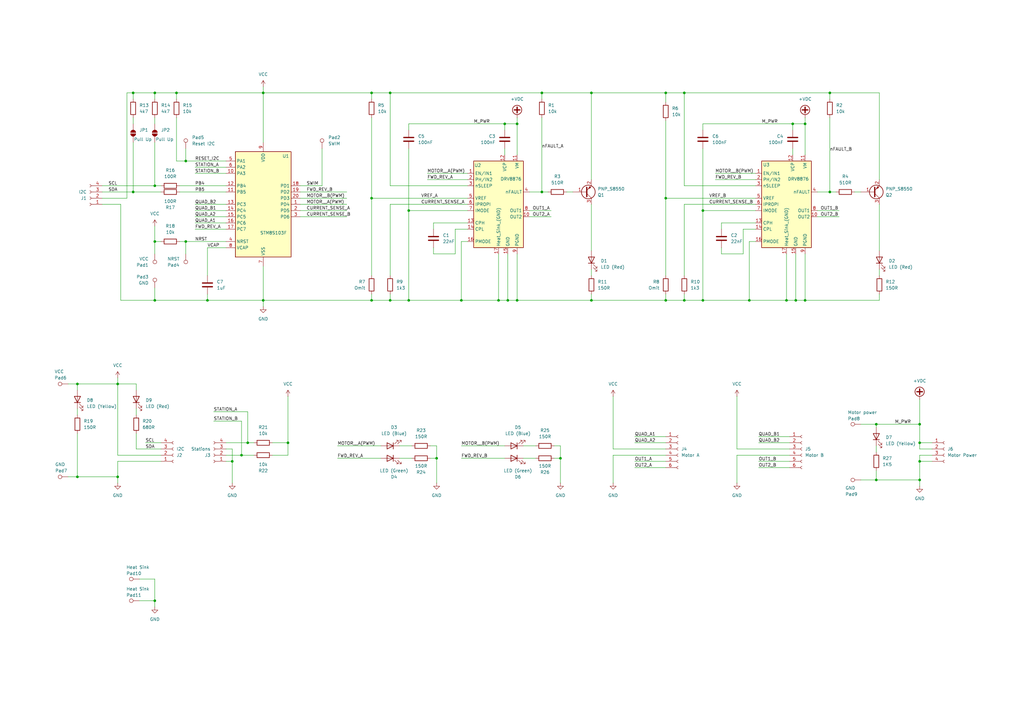
<source format=kicad_sch>
(kicad_sch (version 20231120) (generator "eeschema") (generator_version "8.0")
  (paper "A3")
  (title_block (title "Tim's I2C Dual Motor Driver") (date "2024-06-07") (company "Tim Jackson.1960"))
  (lib_symbols
    (symbol "Connector:Conn_01x04_Socket" (pin_names (offset 1.016) hide)
      (property "Reference" "J" (at 0 5.08 0))
      (property "Value" "Conn_01x04_Socket" (at 0 -7.62 0))
      (symbol "Conn_01x04_Socket_1_1"
        (pin passive line (at -5.08 2.54 0) (length 3.81) (name "Pin_1") (number "1"))
        (pin passive line (at -5.08 0 0) (length 3.81) (name "Pin_2") (number "2"))
        (pin passive line (at -5.08 -2.54 0) (length 3.81) (name "Pin_3") (number "3"))
        (pin passive line (at -5.08 -5.08 0) (length 3.81) (name "Pin_4") (number "4"))
      )
    )
    (symbol "Connector:Conn_01x06_Socket" (pin_names (offset 1.016) hide)
      (property "Reference" "J" (at 0 7.62 0))
      (property "Value" "Conn_01x06_Socket" (at 0 -10.16 0))
      (symbol "Conn_01x06_Socket_1_1"
        (pin passive line (at -5.08 5.08 0) (length 3.81) (name "Pin_1") (number "1"))
        (pin passive line (at -5.08 2.54 0) (length 3.81) (name "Pin_2") (number "2"))
        (pin passive line (at -5.08 0 0) (length 3.81) (name "Pin_3") (number "3"))
        (pin passive line (at -5.08 -2.54 0) (length 3.81) (name "Pin_4") (number "4"))
        (pin passive line (at -5.08 -5.08 0) (length 3.81) (name "Pin_5") (number "5"))
        (pin passive line (at -5.08 -7.62 0) (length 3.81) (name "Pin_6") (number "6"))
      )
    )
    (symbol "Device:C" (pin_numbers hide) (pin_names (offset 0.254))
      (property "Reference" "C" (at 0.635 2.54 0))
      (property "Value" "C" (at 0.635 -2.54 0))
      (symbol "C_1_1"
        (pin passive line (at 0 3.81 270) (length 2.794) (name "~") (number "1"))
        (pin passive line (at 0 -3.81 90) (length 2.794) (name "~") (number "2"))
      )
    )
    (symbol "Device:LED" (pin_numbers hide) (pin_names (offset 1.016) hide)
      (property "Reference" "D" (at 0 2.54 0))
      (property "Value" "LED" (at 0 -2.54 0))
      (symbol "LED_1_1"
        (pin passive line (at -3.81 0 0) (length 2.54) (name "K") (number "1"))
        (pin passive line (at 3.81 0 180) (length 2.54) (name "A") (number "2"))
      )
    )
    (symbol "Device:Q_PNP_BEC" (pin_names (offset 0) hide)
      (property "Reference" "Q" (at 5.08 1.27 0))
      (property "Value" "Q_PNP_BEC" (at 5.08 -1.27 0))
      (symbol "Q_PNP_BEC_1_1"
        (pin input line (at -5.08 0 0) (length 5.715) (name "B") (number "1"))
        (pin passive line (at 2.54 -5.08 90) (length 2.54) (name "E") (number "2"))
        (pin passive line (at 2.54 5.08 270) (length 2.54) (name "C") (number "3"))
      )
    )
    (symbol "Device:R" (pin_numbers hide) (pin_names (offset 0))
      (property "Reference" "R" (at 2.032 0 90))
      (property "Value" "R" (at 0 0 90))
      (symbol "R_1_1"
        (pin passive line (at 0 3.81 270) (length 1.27) (name "~") (number "1"))
        (pin passive line (at 0 -3.81 90) (length 1.27) (name "~") (number "2"))
      )
    )
    (symbol "Jumper:SolderJumper_2_Open" (pin_numbers hide) (pin_names (offset 0) hide) (exclude_from_sim yes) (in_bom no)
      (property "Reference" "JP" (at 0 2.032 0))
      (property "Value" "SolderJumper_2_Open" (at 0 -2.54 0))
      (symbol "SolderJumper_2_Open_1_1"
        (pin passive line (at -3.81 0 0) (length 2.54) (name "A") (number "1"))
        (pin passive line (at 3.81 0 180) (length 2.54) (name "B") (number "2"))
      )
    )
    (symbol "Tims_Library:DRV8876"
      (property "Reference" "U" (at -8.89 16.256 0))
      (property "Value" "DRV8876" (at -6.35 19.05 0))
      (symbol "DRV8876_1_1"
        (pin input line (at -12.7 12.7 0) (length 2.54) (name "EN/IN1") (number "1"))
        (pin output line (at 12.7 -5.08 180) (length 2.54) (name "OUT2") (number "10"))
        (pin power_in line (at 7.62 20.32 270) (length 2.54) (name "VM") (number "11"))
        (pin power_in line (at 2.54 20.32 270) (length 2.54) (name "VCP") (number "12"))
        (pin input line (at -12.7 -7.62 0) (length 2.54) (name "CPH") (number "13"))
        (pin input line (at -12.7 -10.16 0) (length 2.54) (name "CPL") (number "14"))
        (pin power_in line (at 3.81 -20.32 90) (length 2.54) (name "GND") (number "15"))
        (pin input line (at -12.7 -15.24 0) (length 2.54) (name "PMODE") (number "16"))
        (pin passive line (at 0 -20.32 90) (length 2.54) (name "Heat_Sink_(GND)") (number "17"))
        (pin input line (at -12.7 10.16 0) (length 2.54) (name "PH/IN2") (number "2"))
        (pin input line (at -12.7 7.62 0) (length 2.54) (name "nSLEEP") (number "3"))
        (pin output line (at 12.7 5.08 180) (length 2.54) (name "nFAULT") (number "4"))
        (pin input line (at -12.7 2.54 0) (length 2.54) (name "VREF") (number "5"))
        (pin input line (at -12.7 0 0) (length 2.54) (name "IPROPI") (number "6"))
        (pin input line (at -12.7 -2.54 0) (length 2.54) (name "IMODE") (number "7"))
        (pin output line (at 12.7 -2.54 180) (length 2.54) (name "OUT1") (number "8"))
        (pin output line (at 7.62 -20.32 90) (length 2.54) (name "PGND") (number "9"))
      )
    )
    (symbol "Tims_Library:STM8S103F"
      (property "Reference" "U" (at 1.27 25.4 0))
      (property "Value" "STM8S103F" (at 1.27 22.86 0))
      (symbol "STM8S103F_1_1"
        (pin bidirectional line (at 15.24 0 180) (length 3.81) (name "PD4") (number "1"))
        (pin bidirectional line (at -15.24 12.7 0) (length 3.81) (name "PA3") (number "10"))
        (pin bidirectional line (at -15.24 5.08 0) (length 3.81) (name "PB5") (number "11"))
        (pin bidirectional line (at -15.24 7.62 0) (length 3.81) (name "PB4") (number "12"))
        (pin bidirectional line (at -15.24 0 0) (length 3.81) (name "PC3") (number "13"))
        (pin bidirectional line (at -15.24 -2.54 0) (length 3.81) (name "PC4") (number "14"))
        (pin bidirectional line (at -15.24 -5.08 0) (length 3.81) (name "PC5") (number "15"))
        (pin bidirectional line (at -15.24 -7.62 0) (length 3.81) (name "PC6") (number "16"))
        (pin bidirectional line (at -15.24 -10.16 0) (length 3.81) (name "PC7") (number "17"))
        (pin bidirectional line (at 15.24 7.62 180) (length 3.81) (name "PD1") (number "18"))
        (pin bidirectional line (at 15.24 5.08 180) (length 3.81) (name "PD2") (number "19"))
        (pin bidirectional line (at 15.24 -2.54 180) (length 3.81) (name "PD5") (number "2"))
        (pin bidirectional line (at 15.24 2.54 180) (length 3.81) (name "PD3") (number "20"))
        (pin bidirectional line (at 15.24 -5.08 180) (length 3.81) (name "PD6") (number "3"))
        (pin input line (at -15.24 -15.24 0) (length 3.81) (name "NRST") (number "4"))
        (pin bidirectional line (at -15.24 17.78 0) (length 3.81) (name "PA1") (number "5"))
        (pin bidirectional line (at -15.24 15.24 0) (length 3.81) (name "PA2") (number "6"))
        (pin power_in line (at 0 -25.4 90) (length 3.81) (name "VSS") (number "7"))
        (pin passive line (at -15.24 -17.78 0) (length 3.81) (name "VCAP") (number "8"))
        (pin power_in line (at 0 25.4 270) (length 3.81) (name "VDD") (number "9"))
      )
    )
    (symbol "Tims_Library:Wire_Conn" (pin_numbers hide) (pin_names (offset 0.762) hide)
      (property "Reference" "Pad" (at 0 6.858 0))
      (property "Value" "Wire_Conn" (at 0 5.08 0))
      (symbol "Wire_Conn_1_1"
        (pin passive line (at 0 0 90) (length 2.54) (name "1") (number "1"))
      )
    )
    (symbol "power:+VDC" (power) (pin_numbers hide) (pin_names (offset 0) hide)
      (property "Value" "+VDC" (at 0 6.35 0))
      (symbol "+VDC_1_1"
        (pin power_in line (at 0 0 90) (length 0) (name "~") (number "1"))
      )
    )
    (symbol "power:GND" (power) (pin_numbers hide) (pin_names (offset 0) hide)
      (property "Value" "GND" (at 0 -3.81 0))
      (symbol "GND_1_1"
        (pin power_in line (at 0 0 270) (length 0) (name "~") (number "1"))
      )
    )
    (symbol "power:VCC" (power) (pin_numbers hide) (pin_names (offset 0) hide)
      (property "Value" "VCC" (at 0 3.556 0))
      (symbol "VCC_1_1"
        (pin power_in line (at 0 0 90) (length 0) (name "~") (number "1"))
      )
    )
  )
  (junction (at 189.23 123.19))
  (junction (at 152.4 123.19))
  (junction (at 325.12 50.8))
  (junction (at 273.05 81.28))
  (junction (at 48.26 157.48))
  (junction (at 359.41 196.85))
  (junction (at 377.19 196.85))
  (junction (at 63.5 38.1))
  (junction (at 152.4 38.1))
  (junction (at 288.29 123.19))
  (junction (at 204.47 123.19))
  (junction (at 340.36 78.74))
  (junction (at 101.6 181.61))
  (junction (at 377.19 181.61))
  (junction (at 273.05 38.1))
  (junction (at 212.09 50.8))
  (junction (at 359.41 173.99))
  (junction (at 63.5 76.2))
  (junction (at 330.2 123.19))
  (junction (at 229.87 187.96))
  (junction (at 326.39 123.19))
  (junction (at 31.75 195.58))
  (junction (at 322.58 123.19))
  (junction (at 222.25 78.74))
  (junction (at 340.36 38.1))
  (junction (at 95.25 189.23))
  (junction (at 307.34 123.19))
  (junction (at 63.5 123.19))
  (junction (at 167.64 123.19))
  (junction (at 242.57 38.1))
  (junction (at 273.05 123.19))
  (junction (at 76.2 66.04))
  (junction (at 107.95 38.1))
  (junction (at 118.11 181.61))
  (junction (at 179.07 187.96))
  (junction (at 76.2 99.06))
  (junction (at 160.02 38.1))
  (junction (at 167.64 86.36))
  (junction (at 54.61 78.74))
  (junction (at 212.09 123.19))
  (junction (at 72.39 38.1))
  (junction (at 152.4 81.28))
  (junction (at 54.61 38.1))
  (junction (at 377.19 189.23))
  (junction (at 85.09 123.19))
  (junction (at 107.95 123.19))
  (junction (at 242.57 123.19))
  (junction (at 280.67 123.19))
  (junction (at 31.75 157.48))
  (junction (at 222.25 38.1))
  (junction (at 377.19 173.99))
  (junction (at 207.01 50.8))
  (junction (at 208.28 123.19))
  (junction (at 63.5 99.06))
  (junction (at 160.02 123.19))
  (junction (at 288.29 86.36))
  (junction (at 63.5 246.38))
  (junction (at 48.26 195.58))
  (junction (at 280.67 38.1))
  (junction (at 99.06 186.69))
  (junction (at 330.2 50.8))
  (wire (pts (xy 288.29 53.34) (xy 288.29 50.8)))
  (wire (pts (xy 59.69 181.61) (xy 66.04 181.61)))
  (wire (pts (xy 260.35 191.77) (xy 273.05 191.77)))
  (wire (pts (xy 138.43 182.88) (xy 156.21 182.88)))
  (wire (pts (xy 175.26 71.12) (xy 191.77 71.12)))
  (wire (pts (xy 359.41 193.04) (xy 359.41 196.85)))
  (wire (pts (xy 167.64 86.36) (xy 167.64 123.19)))
  (wire (pts (xy 52.07 81.28) (xy 52.07 38.1)))
  (wire (pts (xy 177.8 91.44) (xy 191.77 91.44)))
  (wire (pts (xy 186.69 104.14) (xy 186.69 93.98)))
  (wire (pts (xy 27.94 157.48) (xy 31.75 157.48)))
  (wire (pts (xy 229.87 187.96) (xy 227.33 187.96)))
  (wire (pts (xy 63.5 246.38) (xy 63.5 248.92)))
  (wire (pts (xy 138.43 187.96) (xy 156.21 187.96)))
  (wire (pts (xy 111.76 181.61) (xy 118.11 181.61)))
  (wire (pts (xy 107.95 38.1) (xy 107.95 58.42)))
  (wire (pts (xy 49.53 83.82) (xy 49.53 123.19)))
  (wire (pts (xy 273.05 120.65) (xy 273.05 123.19)))
  (wire (pts (xy 80.01 71.12) (xy 92.71 71.12)))
  (wire (pts (xy 107.95 35.56) (xy 107.95 38.1)))
  (wire (pts (xy 217.17 78.74) (xy 222.25 78.74)))
  (wire (pts (xy 95.25 184.15) (xy 95.25 189.23)))
  (wire (pts (xy 107.95 38.1) (xy 152.4 38.1)))
  (wire (pts (xy 309.88 99.06) (xy 307.34 99.06)))
  (wire (pts (xy 212.09 48.26) (xy 212.09 50.8)))
  (wire (pts (xy 280.67 38.1) (xy 340.36 38.1)))
  (wire (pts (xy 63.5 99.06) (xy 63.5 104.14)))
  (wire (pts (xy 152.4 40.64) (xy 152.4 38.1)))
  (wire (pts (xy 326.39 123.19) (xy 330.2 123.19)))
  (wire (pts (xy 280.67 76.2) (xy 280.67 38.1)))
  (wire (pts (xy 87.63 172.72) (xy 99.06 172.72)))
  (wire (pts (xy 280.67 83.82) (xy 280.67 113.03)))
  (wire (pts (xy 204.47 123.19) (xy 208.28 123.19)))
  (wire (pts (xy 273.05 186.69) (xy 251.46 186.69)))
  (wire (pts (xy 360.68 120.65) (xy 360.68 123.19)))
  (wire (pts (xy 49.53 123.19) (xy 63.5 123.19)))
  (wire (pts (xy 54.61 58.42) (xy 54.61 78.74)))
  (wire (pts (xy 280.67 120.65) (xy 280.67 123.19)))
  (wire (pts (xy 251.46 184.15) (xy 273.05 184.15)))
  (wire (pts (xy 123.19 81.28) (xy 142.24 81.28)))
  (wire (pts (xy 163.83 187.96) (xy 168.91 187.96)))
  (wire (pts (xy 55.88 177.8) (xy 55.88 184.15)))
  (wire (pts (xy 107.95 123.19) (xy 152.4 123.19)))
  (wire (pts (xy 335.28 86.36) (xy 344.17 86.36)))
  (wire (pts (xy 76.2 99.06) (xy 76.2 104.14)))
  (wire (pts (xy 48.26 157.48) (xy 48.26 186.69)))
  (wire (pts (xy 273.05 41.91) (xy 273.05 38.1)))
  (wire (pts (xy 229.87 182.88) (xy 229.87 187.96)))
  (wire (pts (xy 189.23 99.06) (xy 189.23 123.19)))
  (wire (pts (xy 360.68 110.49) (xy 360.68 113.03)))
  (wire (pts (xy 99.06 172.72) (xy 99.06 186.69)))
  (wire (pts (xy 118.11 162.56) (xy 118.11 181.61)))
  (wire (pts (xy 191.77 76.2) (xy 160.02 76.2)))
  (wire (pts (xy 160.02 76.2) (xy 160.02 38.1)))
  (wire (pts (xy 48.26 195.58) (xy 48.26 198.12)))
  (wire (pts (xy 273.05 38.1) (xy 280.67 38.1)))
  (wire (pts (xy 222.25 38.1) (xy 242.57 38.1)))
  (wire (pts (xy 377.19 173.99) (xy 377.19 181.61)))
  (wire (pts (xy 167.64 60.96) (xy 167.64 86.36)))
  (wire (pts (xy 48.26 189.23) (xy 48.26 195.58)))
  (wire (pts (xy 76.2 66.04) (xy 92.71 66.04)))
  (wire (pts (xy 340.36 38.1) (xy 340.36 40.64)))
  (wire (pts (xy 167.64 123.19) (xy 189.23 123.19)))
  (wire (pts (xy 217.17 88.9) (xy 226.06 88.9)))
  (wire (pts (xy 123.19 83.82) (xy 142.24 83.82)))
  (wire (pts (xy 302.26 186.69) (xy 323.85 186.69)))
  (wire (pts (xy 52.07 38.1) (xy 54.61 38.1)))
  (wire (pts (xy 288.29 86.36) (xy 309.88 86.36)))
  (wire (pts (xy 242.57 83.82) (xy 242.57 102.87)))
  (wire (pts (xy 377.19 186.69) (xy 377.19 189.23)))
  (wire (pts (xy 177.8 104.14) (xy 186.69 104.14)))
  (wire (pts (xy 295.91 104.14) (xy 295.91 101.6)))
  (wire (pts (xy 41.91 81.28) (xy 52.07 81.28)))
  (wire (pts (xy 66.04 186.69) (xy 48.26 186.69)))
  (wire (pts (xy 214.63 182.88) (xy 219.71 182.88)))
  (wire (pts (xy 288.29 50.8) (xy 325.12 50.8)))
  (wire (pts (xy 57.15 237.49) (xy 63.5 237.49)))
  (wire (pts (xy 160.02 120.65) (xy 160.02 123.19)))
  (wire (pts (xy 152.4 81.28) (xy 191.77 81.28)))
  (wire (pts (xy 377.19 181.61) (xy 382.27 181.61)))
  (wire (pts (xy 377.19 189.23) (xy 382.27 189.23)))
  (wire (pts (xy 63.5 40.64) (xy 63.5 38.1)))
  (wire (pts (xy 87.63 168.91) (xy 101.6 168.91)))
  (wire (pts (xy 309.88 93.98) (xy 304.8 93.98)))
  (wire (pts (xy 189.23 187.96) (xy 207.01 187.96)))
  (wire (pts (xy 152.4 120.65) (xy 152.4 123.19)))
  (wire (pts (xy 273.05 113.03) (xy 273.05 81.28)))
  (wire (pts (xy 207.01 60.96) (xy 207.01 63.5)))
  (wire (pts (xy 101.6 168.91) (xy 101.6 181.61)))
  (wire (pts (xy 360.68 73.66) (xy 360.68 38.1)))
  (wire (pts (xy 72.39 48.26) (xy 72.39 66.04)))
  (wire (pts (xy 85.09 123.19) (xy 107.95 123.19)))
  (wire (pts (xy 66.04 189.23) (xy 48.26 189.23)))
  (wire (pts (xy 251.46 186.69) (xy 251.46 198.12)))
  (wire (pts (xy 377.19 186.69) (xy 382.27 186.69)))
  (wire (pts (xy 217.17 86.36) (xy 226.06 86.36)))
  (wire (pts (xy 31.75 167.64) (xy 31.75 170.18)))
  (wire (pts (xy 160.02 83.82) (xy 160.02 113.03)))
  (wire (pts (xy 377.19 181.61) (xy 377.19 184.15)))
  (wire (pts (xy 273.05 123.19) (xy 280.67 123.19)))
  (wire (pts (xy 54.61 40.64) (xy 54.61 38.1)))
  (wire (pts (xy 92.71 186.69) (xy 99.06 186.69)))
  (wire (pts (xy 80.01 86.36) (xy 92.71 86.36)))
  (wire (pts (xy 353.06 173.99) (xy 359.41 173.99)))
  (wire (pts (xy 80.01 91.44) (xy 92.71 91.44)))
  (wire (pts (xy 325.12 60.96) (xy 325.12 63.5)))
  (wire (pts (xy 160.02 38.1) (xy 222.25 38.1)))
  (wire (pts (xy 377.19 189.23) (xy 377.19 196.85)))
  (wire (pts (xy 55.88 167.64) (xy 55.88 170.18)))
  (wire (pts (xy 85.09 101.6) (xy 85.09 113.03)))
  (wire (pts (xy 123.19 86.36) (xy 142.24 86.36)))
  (wire (pts (xy 311.15 179.07) (xy 323.85 179.07)))
  (wire (pts (xy 54.61 78.74) (xy 66.04 78.74)))
  (wire (pts (xy 123.19 76.2) (xy 132.08 76.2)))
  (wire (pts (xy 118.11 181.61) (xy 118.11 186.69)))
  (wire (pts (xy 325.12 50.8) (xy 330.2 50.8)))
  (wire (pts (xy 41.91 78.74) (xy 54.61 78.74)))
  (wire (pts (xy 340.36 38.1) (xy 360.68 38.1)))
  (wire (pts (xy 176.53 182.88) (xy 179.07 182.88)))
  (wire (pts (xy 167.64 50.8) (xy 207.01 50.8)))
  (wire (pts (xy 242.57 123.19) (xy 273.05 123.19)))
  (wire (pts (xy 304.8 93.98) (xy 304.8 104.14)))
  (wire (pts (xy 31.75 195.58) (xy 48.26 195.58)))
  (wire (pts (xy 359.41 173.99) (xy 377.19 173.99)))
  (wire (pts (xy 322.58 123.19) (xy 326.39 123.19)))
  (wire (pts (xy 111.76 186.69) (xy 118.11 186.69)))
  (wire (pts (xy 85.09 101.6) (xy 92.71 101.6)))
  (wire (pts (xy 63.5 58.42) (xy 63.5 76.2)))
  (wire (pts (xy 242.57 120.65) (xy 242.57 123.19)))
  (wire (pts (xy 208.28 123.19) (xy 212.09 123.19)))
  (wire (pts (xy 242.57 38.1) (xy 273.05 38.1)))
  (wire (pts (xy 73.66 99.06) (xy 76.2 99.06)))
  (wire (pts (xy 191.77 99.06) (xy 189.23 99.06)))
  (wire (pts (xy 107.95 123.19) (xy 107.95 125.73)))
  (wire (pts (xy 340.36 78.74) (xy 342.9 78.74)))
  (wire (pts (xy 229.87 198.12) (xy 229.87 187.96)))
  (wire (pts (xy 152.4 38.1) (xy 160.02 38.1)))
  (wire (pts (xy 322.58 104.14) (xy 322.58 123.19)))
  (wire (pts (xy 167.64 53.34) (xy 167.64 50.8)))
  (wire (pts (xy 304.8 104.14) (xy 295.91 104.14)))
  (wire (pts (xy 92.71 184.15) (xy 95.25 184.15)))
  (wire (pts (xy 72.39 38.1) (xy 107.95 38.1)))
  (wire (pts (xy 76.2 99.06) (xy 92.71 99.06)))
  (wire (pts (xy 350.52 78.74) (xy 353.06 78.74)))
  (wire (pts (xy 302.26 184.15) (xy 302.26 162.56)))
  (wire (pts (xy 232.41 78.74) (xy 234.95 78.74)))
  (wire (pts (xy 31.75 157.48) (xy 48.26 157.48)))
  (wire (pts (xy 55.88 184.15) (xy 66.04 184.15)))
  (wire (pts (xy 175.26 73.66) (xy 191.77 73.66)))
  (wire (pts (xy 63.5 118.11) (xy 63.5 123.19)))
  (wire (pts (xy 85.09 120.65) (xy 85.09 123.19)))
  (wire (pts (xy 92.71 189.23) (xy 95.25 189.23)))
  (wire (pts (xy 311.15 181.61) (xy 323.85 181.61)))
  (wire (pts (xy 222.25 48.26) (xy 222.25 78.74)))
  (wire (pts (xy 160.02 123.19) (xy 167.64 123.19)))
  (wire (pts (xy 208.28 104.14) (xy 208.28 123.19)))
  (wire (pts (xy 273.05 49.53) (xy 273.05 81.28)))
  (wire (pts (xy 163.83 182.88) (xy 168.91 182.88)))
  (wire (pts (xy 260.35 189.23) (xy 273.05 189.23)))
  (wire (pts (xy 92.71 181.61) (xy 101.6 181.61)))
  (wire (pts (xy 359.41 175.26) (xy 359.41 173.99)))
  (wire (pts (xy 27.94 195.58) (xy 31.75 195.58)))
  (wire (pts (xy 330.2 104.14) (xy 330.2 123.19)))
  (wire (pts (xy 179.07 187.96) (xy 176.53 187.96)))
  (wire (pts (xy 72.39 66.04) (xy 76.2 66.04)))
  (wire (pts (xy 41.91 76.2) (xy 63.5 76.2)))
  (wire (pts (xy 152.4 48.26) (xy 152.4 81.28)))
  (wire (pts (xy 80.01 88.9) (xy 92.71 88.9)))
  (wire (pts (xy 227.33 182.88) (xy 229.87 182.88)))
  (wire (pts (xy 76.2 60.96) (xy 76.2 66.04)))
  (wire (pts (xy 132.08 60.96) (xy 132.08 76.2)))
  (wire (pts (xy 55.88 160.02) (xy 55.88 157.48)))
  (wire (pts (xy 152.4 113.03) (xy 152.4 81.28)))
  (wire (pts (xy 179.07 182.88) (xy 179.07 187.96)))
  (wire (pts (xy 212.09 104.14) (xy 212.09 123.19)))
  (wire (pts (xy 295.91 91.44) (xy 309.88 91.44)))
  (wire (pts (xy 207.01 53.34) (xy 207.01 50.8)))
  (wire (pts (xy 242.57 73.66) (xy 242.57 38.1)))
  (wire (pts (xy 80.01 83.82) (xy 92.71 83.82)))
  (wire (pts (xy 73.66 76.2) (xy 92.71 76.2)))
  (wire (pts (xy 280.67 123.19) (xy 288.29 123.19)))
  (wire (pts (xy 293.37 71.12) (xy 309.88 71.12)))
  (wire (pts (xy 311.15 189.23) (xy 323.85 189.23)))
  (wire (pts (xy 377.19 163.83) (xy 377.19 173.99)))
  (wire (pts (xy 63.5 99.06) (xy 66.04 99.06)))
  (wire (pts (xy 107.95 109.22) (xy 107.95 123.19)))
  (wire (pts (xy 302.26 198.12) (xy 302.26 186.69)))
  (wire (pts (xy 191.77 86.36) (xy 167.64 86.36)))
  (wire (pts (xy 335.28 78.74) (xy 340.36 78.74)))
  (wire (pts (xy 123.19 88.9) (xy 142.24 88.9)))
  (wire (pts (xy 186.69 93.98) (xy 191.77 93.98)))
  (wire (pts (xy 330.2 50.8) (xy 330.2 63.5)))
  (wire (pts (xy 212.09 123.19) (xy 242.57 123.19)))
  (wire (pts (xy 72.39 38.1) (xy 72.39 40.64)))
  (wire (pts (xy 101.6 181.61) (xy 104.14 181.61)))
  (wire (pts (xy 307.34 123.19) (xy 322.58 123.19)))
  (wire (pts (xy 63.5 92.71) (xy 63.5 99.06)))
  (wire (pts (xy 95.25 198.12) (xy 95.25 189.23)))
  (wire (pts (xy 123.19 78.74) (xy 142.24 78.74)))
  (wire (pts (xy 212.09 50.8) (xy 212.09 63.5)))
  (wire (pts (xy 260.35 179.07) (xy 273.05 179.07)))
  (wire (pts (xy 31.75 177.8) (xy 31.75 195.58)))
  (wire (pts (xy 80.01 68.58) (xy 92.71 68.58)))
  (wire (pts (xy 359.41 182.88) (xy 359.41 185.42)))
  (wire (pts (xy 214.63 187.96) (xy 219.71 187.96)))
  (wire (pts (xy 251.46 184.15) (xy 251.46 162.56)))
  (wire (pts (xy 152.4 123.19) (xy 160.02 123.19)))
  (wire (pts (xy 340.36 48.26) (xy 340.36 78.74)))
  (wire (pts (xy 293.37 73.66) (xy 309.88 73.66)))
  (wire (pts (xy 179.07 198.12) (xy 179.07 187.96)))
  (wire (pts (xy 63.5 38.1) (xy 72.39 38.1)))
  (wire (pts (xy 63.5 123.19) (xy 85.09 123.19)))
  (wire (pts (xy 377.19 184.15) (xy 382.27 184.15)))
  (wire (pts (xy 80.01 93.98) (xy 92.71 93.98)))
  (wire (pts (xy 260.35 181.61) (xy 273.05 181.61)))
  (wire (pts (xy 177.8 91.44) (xy 177.8 93.98)))
  (wire (pts (xy 204.47 104.14) (xy 204.47 123.19)))
  (wire (pts (xy 222.25 78.74) (xy 224.79 78.74)))
  (wire (pts (xy 311.15 191.77) (xy 323.85 191.77)))
  (wire (pts (xy 330.2 123.19) (xy 360.68 123.19)))
  (wire (pts (xy 307.34 99.06) (xy 307.34 123.19)))
  (wire (pts (xy 288.29 86.36) (xy 288.29 123.19)))
  (wire (pts (xy 160.02 83.82) (xy 191.77 83.82)))
  (wire (pts (xy 31.75 160.02) (xy 31.75 157.48)))
  (wire (pts (xy 222.25 40.64) (xy 222.25 38.1)))
  (wire (pts (xy 54.61 48.26) (xy 54.61 50.8)))
  (wire (pts (xy 242.57 110.49) (xy 242.57 113.03)))
  (wire (pts (xy 54.61 38.1) (xy 63.5 38.1)))
  (wire (pts (xy 207.01 50.8) (xy 212.09 50.8)))
  (wire (pts (xy 377.19 196.85) (xy 377.19 199.39)))
  (wire (pts (xy 335.28 88.9) (xy 344.17 88.9)))
  (wire (pts (xy 177.8 101.6) (xy 177.8 104.14)))
  (wire (pts (xy 41.91 83.82) (xy 49.53 83.82)))
  (wire (pts (xy 326.39 104.14) (xy 326.39 123.19)))
  (wire (pts (xy 309.88 76.2) (xy 280.67 76.2)))
  (wire (pts (xy 63.5 48.26) (xy 63.5 50.8)))
  (wire (pts (xy 280.67 83.82) (xy 309.88 83.82)))
  (wire (pts (xy 63.5 76.2) (xy 66.04 76.2)))
  (wire (pts (xy 288.29 60.96) (xy 288.29 86.36)))
  (wire (pts (xy 360.68 83.82) (xy 360.68 102.87)))
  (wire (pts (xy 330.2 48.26) (xy 330.2 50.8)))
  (wire (pts (xy 63.5 237.49) (xy 63.5 246.38)))
  (wire (pts (xy 57.15 246.38) (xy 63.5 246.38)))
  (wire (pts (xy 48.26 157.48) (xy 48.26 154.94)))
  (wire (pts (xy 359.41 196.85) (xy 377.19 196.85)))
  (wire (pts (xy 295.91 91.44) (xy 295.91 93.98)))
  (wire (pts (xy 189.23 123.19) (xy 204.47 123.19)))
  (wire (pts (xy 325.12 53.34) (xy 325.12 50.8)))
  (wire (pts (xy 288.29 123.19) (xy 307.34 123.19)))
  (wire (pts (xy 273.05 81.28) (xy 309.88 81.28)))
  (wire (pts (xy 73.66 78.74) (xy 92.71 78.74)))
  (wire (pts (xy 302.26 184.15) (xy 323.85 184.15)))
  (wire (pts (xy 55.88 157.48) (xy 48.26 157.48)))
  (wire (pts (xy 189.23 182.88) (xy 207.01 182.88)))
  (wire (pts (xy 353.06 196.85) (xy 359.41 196.85)))
  (wire (pts (xy 99.06 186.69) (xy 104.14 186.69)))
  (label "QUAD_B1" (at 80.01 86.36 0))
  (label "STATION_A" (at 80.01 68.58 0))
  (label "MOTOR__B(PWM)" (at 189.23 182.88 0))
  (label "QUAD_A2" (at 80.01 88.9 0))
  (label "QUAD_B2" (at 311.15 181.61 0))
  (label "FWD_REV_A" (at 175.26 73.66 0))
  (label "MOTOR__A(PWM)" (at 175.26 71.12 0))
  (label "M_PWR" (at 194.31 50.8 0))
  (label "FWD_REV_B" (at 293.37 73.66 0))
  (label "M_PWR" (at 367.03 173.99 0))
  (label "QUAD_B2" (at 80.01 83.82 0))
  (label "FWD_REV_A" (at 80.01 93.98 0))
  (label "FWD_REV_B" (at 189.23 187.96 0))
  (label "CURRENT_SENSE_A" (at 172.72 83.82 0))
  (label "SDA" (at 44.45 78.74 0))
  (label "OUT1_A" (at 218.44 86.36 0))
  (label "SDA" (at 59.69 184.15 0))
  (label "MOTOR__B(PWM)" (at 293.37 71.12 0))
  (label "OUT2_B" (at 311.15 191.77 0))
  (label "OUT2_A" (at 260.35 191.77 0))
  (label "MOTOR__A(PWM)" (at 138.43 182.88 0))
  (label "nFAULT_B" (at 340.36 62.23 0))
  (label "OUT2_A" (at 218.44 88.9 0))
  (label "QUAD_A1" (at 80.01 91.44 0))
  (label "MOTOR__B(PWM)" (at 125.73 81.28 0))
  (label "CURRENT_SENSE_B" (at 125.73 88.9 0))
  (label "VREF_A" (at 172.72 81.28 0))
  (label "SWIM" (at 125.73 76.2 0))
  (label "PB4" (at 80.01 76.2 0))
  (label "NRST" (at 80.01 99.06 0))
  (label "VCAP" (at 85.09 101.6 0))
  (label "QUAD_A2" (at 260.35 181.61 0))
  (label "OUT1_B" (at 336.55 86.36 0))
  (label "CURRENT_SENSE_A" (at 125.73 86.36 0))
  (label "PB5" (at 80.01 78.74 0))
  (label "M_PWR" (at 312.42 50.8 0))
  (label "STATION_B" (at 80.01 71.12 0))
  (label "SCL" (at 59.69 181.61 0))
  (label "QUAD_A1" (at 260.35 179.07 0))
  (label "FWD_REV_B" (at 125.73 78.74 0))
  (label "RESET_I2C" (at 80.01 66.04 0))
  (label "nFAULT_A" (at 222.25 60.96 0))
  (label "OUT2_B" (at 336.55 88.9 0))
  (label "CURRENT_SENSE_B" (at 290.83 83.82 0))
  (label "QUAD_B1" (at 311.15 179.07 0))
  (label "STATION_B" (at 87.63 172.72 0))
  (label "STATION_A" (at 87.63 168.91 0))
  (label "OUT1_B" (at 311.15 189.23 0))
  (label "MOTOR__A(PWM)" (at 125.73 83.82 0))
  (label "FWD_REV_A" (at 138.43 187.96 0))
  (label "OUT1_A" (at 260.35 189.23 0))
  (label "VREF_B" (at 290.83 81.28 0))
  (label "SCL" (at 44.45 76.2 0))
  (symbol (lib_id "Device:R") (at 72.39 44.45 0) (unit 1) (exclude_from_sim yes)
    (property "Reference" "R15" (at 74.93 43.1799 0) (effects (justify left)))
    (property "Value" "10k" (at 74.93 45.7199 0) (effects (justify left)))
    (property "Footprint" "Resistor_SMD:R_0805_2012Metric" (effects (hide yes)))
    (property "Description" "Resistor" (effects (hide yes)))
  )
  (symbol (lib_id "Device:C") (at 207.01 57.15 0) (mirror x) (unit 1) (exclude_from_sim yes)
    (property "Reference" "C3" (at 203.2 55.8799 0) (effects (justify right)))
    (property "Value" "100nF" (at 203.2 58.4199 0) (effects (justify right)))
    (property "Footprint" "Capacitor_SMD:C_0805_2012Metric" (effects (hide yes)))
    (property "Description" "Unpolarized capacitor" (effects (hide yes)))
  )
  (symbol (lib_id "Tims_Library:Wire_Conn") (at 63.5 104.14 180) (unit 1)
    (property "Reference" "Pad1" (at 60.96 108.7121 0) (effects (justify left)))
    (property "Value" "VCC" (at 60.96 106.1721 0) (effects (justify left)))
    (property "Footprint" "Tims:Wire_Pad_D1.2mm" (effects (hide yes)))
    (property "Description" "Wire Connection" (effects (hide yes)))
  )
  (symbol (lib_id "Device:R") (at 107.95 181.61 270) (unit 1) (exclude_from_sim yes)
    (property "Reference" "R21" (at 107.95 175.26 90))
    (property "Value" "10k" (at 107.95 177.8 90))
    (property "Footprint" "Resistor_SMD:R_0805_2012Metric" (effects (hide yes)))
    (property "Description" "Resistor" (effects (hide yes)))
  )
  (symbol (lib_id "Device:R") (at 273.05 45.72 180) (unit 1) (exclude_from_sim yes)
    (property "Reference" "R6" (at 275.59 44.4499 0) (effects (justify right)))
    (property "Value" "10k" (at 275.59 46.9899 0) (effects (justify right)))
    (property "Footprint" "Resistor_SMD:R_0805_2012Metric" (effects (hide yes)))
    (property "Description" "Resistor" (effects (hide yes)))
  )
  (symbol (lib_id "Device:R") (at 63.5 44.45 180) (unit 1) (exclude_from_sim yes)
    (property "Reference" "R14" (at 66.04 43.1799 0) (effects (justify right)))
    (property "Value" "4k7" (at 66.04 45.7199 0) (effects (justify right)))
    (property "Footprint" "Resistor_SMD:R_0805_2012Metric" (effects (hide yes)))
    (property "Description" "Resistor" (effects (hide yes)))
  )
  (symbol (lib_id "Device:LED") (at 242.57 106.68 90) (unit 1) (exclude_from_sim yes)
    (property "Reference" "D1" (at 246.38 106.9974 90) (effects (justify right)))
    (property "Value" "LED (Red)" (at 246.38 109.5374 90) (effects (justify right)))
    (property "Footprint" "LED_SMD:LED_0805_2012Metric" (effects (hide yes)))
    (property "Description" "Light emitting diode" (effects (hide yes)))
  )
  (symbol (lib_id "power:VCC") (at 302.26 162.56 0) (unit 1) (exclude_from_sim yes)
    (property "Reference" "#PWR011" (effects (hide yes)))
    (property "Value" "VCC" (at 302.26 157.48 0))
    (property "Description" "Power symbol creates a global label with name \"VCC\"" (effects (hide yes)))
  )
  (symbol (lib_id "Connector:Conn_01x04_Socket") (at 71.12 186.69 0) (mirror x) (unit 1) (exclude_from_sim yes)
    (property "Reference" "J2" (at 72.39 186.6901 0) (effects (justify left)))
    (property "Value" "I2C" (at 72.39 184.1501 0) (effects (justify left)))
    (property "Footprint" "Connector_JST:JST_PH_S4B-PH-SM4-TB_1x04-1MP_P2.00mm_Horizontal" (effects (hide yes)))
    (property "Description" "Generic connector, single row, 01x04, script generated" (effects (hide yes)))
  )
  (symbol (lib_id "Device:R") (at 273.05 116.84 0) (mirror x) (unit 1) (exclude_from_sim yes)
    (property "Reference" "R8" (at 270.51 115.5699 0) (effects (justify right)))
    (property "Value" "Omit" (at 270.51 118.1099 0) (effects (justify right)))
    (property "Footprint" "Resistor_SMD:R_0805_2012Metric" (effects (hide yes)))
    (property "Description" "Resistor" (effects (hide yes)))
  )
  (symbol (lib_id "Device:R") (at 55.88 173.99 180) (unit 1) (exclude_from_sim yes)
    (property "Reference" "R20" (at 58.42 172.7199 0) (effects (justify right)))
    (property "Value" "680R" (at 58.42 175.2599 0) (effects (justify right)))
    (property "Footprint" "Resistor_SMD:R_0805_2012Metric" (effects (hide yes)))
    (property "Description" "Resistor" (effects (hide yes)))
  )
  (symbol (lib_id "Device:R") (at 69.85 99.06 270) (unit 1) (exclude_from_sim yes)
    (property "Reference" "R18" (at 69.85 92.71 90))
    (property "Value" "10k" (at 69.85 95.25 90))
    (property "Footprint" "Resistor_SMD:R_0805_2012Metric" (effects (hide yes)))
    (property "Description" "Resistor" (effects (hide yes)))
  )
  (symbol (lib_id "Connector:Conn_01x06_Socket") (at 328.93 184.15 0) (unit 1) (exclude_from_sim yes)
    (property "Reference" "J5" (at 330.2 184.1499 0) (effects (justify left)))
    (property "Value" "Motor B" (at 330.2 186.6899 0) (effects (justify left)))
    (property "Footprint" "Connector_JST:JST_PH_S6B-PH-SM4-TB_1x06-1MP_P2.00mm_Horizontal" (effects (hide yes)))
    (property "Description" "Generic connector, single row, 01x06, script generated" (effects (hide yes)))
  )
  (symbol (lib_id "Device:C") (at 85.09 116.84 0) (unit 1) (exclude_from_sim yes)
    (property "Reference" "C7" (at 88.9 115.5699 0) (effects (justify left)))
    (property "Value" "1uF" (at 88.9 118.1099 0) (effects (justify left)))
    (property "Footprint" "Capacitor_SMD:C_0805_2012Metric" (effects (hide yes)))
    (property "Description" "Unpolarized capacitor" (effects (hide yes)))
  )
  (symbol (lib_id "power:GND") (at 48.26 198.12 0) (unit 1) (exclude_from_sim yes)
    (property "Reference" "#PWR05" (effects (hide yes)))
    (property "Value" "GND" (at 48.26 203.2 0))
    (property "Description" "Power symbol creates a global label with name \"GND\" , ground" (effects (hide yes)))
  )
  (symbol (lib_id "Device:R") (at 172.72 182.88 90) (unit 1) (exclude_from_sim yes)
    (property "Reference" "R23" (at 172.72 176.53 90))
    (property "Value" "150R" (at 172.72 179.07 90))
    (property "Footprint" "Resistor_SMD:R_0805_2012Metric" (effects (hide yes)))
    (property "Description" "Resistor" (effects (hide yes)))
  )
  (symbol (lib_id "Device:C") (at 325.12 57.15 0) (mirror x) (unit 1) (exclude_from_sim yes)
    (property "Reference" "C4" (at 321.31 55.8799 0) (effects (justify right)))
    (property "Value" "100nF" (at 321.31 58.4199 0) (effects (justify right)))
    (property "Footprint" "Capacitor_SMD:C_0805_2012Metric" (effects (hide yes)))
    (property "Description" "Unpolarized capacitor" (effects (hide yes)))
  )
  (symbol (lib_id "Device:R") (at 242.57 116.84 180) (unit 1) (exclude_from_sim yes)
    (property "Reference" "R11" (at 245.11 115.5699 0) (effects (justify right)))
    (property "Value" "150R" (at 245.11 118.1099 0) (effects (justify right)))
    (property "Footprint" "Resistor_SMD:R_0805_2012Metric" (effects (hide yes)))
    (property "Description" "Resistor" (effects (hide yes)))
  )
  (symbol (lib_id "Device:R") (at 222.25 44.45 180) (unit 1) (exclude_from_sim yes)
    (property "Reference" "R1" (at 224.79 43.1799 0) (effects (justify right)))
    (property "Value" "10k" (at 224.79 45.7199 0) (effects (justify right)))
    (property "Footprint" "Resistor_SMD:R_0805_2012Metric" (effects (hide yes)))
    (property "Description" "Resistor" (effects (hide yes)))
  )
  (symbol (lib_id "Device:R") (at 160.02 116.84 180) (unit 1) (exclude_from_sim yes)
    (property "Reference" "R9" (at 162.56 115.5699 0) (effects (justify right)))
    (property "Value" "1k3" (at 162.56 118.1099 0) (effects (justify right)))
    (property "Footprint" "Resistor_SMD:R_0805_2012Metric" (effects (hide yes)))
    (property "Description" "Resistor" (effects (hide yes)))
  )
  (symbol (lib_id "Device:LED") (at 160.02 182.88 180) (unit 1) (exclude_from_sim yes)
    (property "Reference" "D3" (at 161.6075 175.26 0))
    (property "Value" "LED (Blue)" (at 161.6075 177.8 0))
    (property "Footprint" "LED_SMD:LED_0805_2012Metric" (effects (hide yes)))
    (property "Description" "Light emitting diode" (effects (hide yes)))
  )
  (symbol (lib_id "Device:LED") (at 210.82 187.96 0) (mirror y) (unit 1) (exclude_from_sim yes)
    (property "Reference" "D6" (at 212.4075 195.58 0))
    (property "Value" "LED (Green)" (at 212.4075 193.04 0))
    (property "Footprint" "LED_SMD:LED_0805_2012Metric" (effects (hide yes)))
    (property "Description" "Light emitting diode" (effects (hide yes)))
  )
  (symbol (lib_id "power:VCC") (at 107.95 35.56 0) (unit 1) (exclude_from_sim yes)
    (property "Reference" "#PWR04" (effects (hide yes)))
    (property "Value" "VCC" (at 107.95 30.48 0))
    (property "Description" "Power symbol creates a global label with name \"VCC\"" (effects (hide yes)))
  )
  (symbol (lib_id "power:GND") (at 251.46 198.12 0) (unit 1) (exclude_from_sim yes)
    (property "Reference" "#PWR010" (effects (hide yes)))
    (property "Value" "GND" (at 251.46 203.2 0))
    (property "Description" "Power symbol creates a global label with name \"GND\" , ground" (effects (hide yes)))
  )
  (symbol (lib_id "Device:R") (at 359.41 189.23 180) (unit 1) (exclude_from_sim yes)
    (property "Reference" "R27" (at 361.95 187.9599 0) (effects (justify right)))
    (property "Value" "1K5" (at 361.95 190.4999 0) (effects (justify right)))
    (property "Footprint" "Resistor_SMD:R_0805_2012Metric" (effects (hide yes)))
    (property "Description" "Resistor" (effects (hide yes)))
  )
  (symbol (lib_id "Device:LED") (at 55.88 163.83 90) (unit 1) (exclude_from_sim yes)
    (property "Reference" "D9" (at 59.69 164.1474 90) (effects (justify right)))
    (property "Value" "LED (Red)" (at 59.69 166.6874 90) (effects (justify right)))
    (property "Footprint" "LED_SMD:LED_0805_2012Metric" (effects (hide yes)))
    (property "Description" "Light emitting diode" (effects (hide yes)))
  )
  (symbol (lib_id "Tims_Library:Wire_Conn") (at 132.08 60.96 0) (unit 1)
    (property "Reference" "Pad2" (at 134.62 56.3879 0) (effects (justify left)))
    (property "Value" "SWIM" (at 134.62 58.9279 0) (effects (justify left)))
    (property "Footprint" "Tims:Wire_Pad_D1.2mm" (effects (hide yes)))
    (property "Description" "Wire Connection" (effects (hide yes)))
  )
  (symbol (lib_id "Tims_Library:Wire_Conn") (at 76.2 104.14 180) (unit 1)
    (property "Reference" "Pad4" (at 73.66 108.7121 0) (effects (justify left)))
    (property "Value" "NRST" (at 73.66 106.1721 0) (effects (justify left)))
    (property "Footprint" "Tims:Wire_Pad_D1.2mm" (effects (hide yes)))
    (property "Description" "Wire Connection" (effects (hide yes)))
  )
  (symbol (lib_id "Device:R") (at 31.75 173.99 180) (unit 1) (exclude_from_sim yes)
    (property "Reference" "R19" (at 34.29 172.7199 0) (effects (justify right)))
    (property "Value" "150R" (at 34.29 175.2599 0) (effects (justify right)))
    (property "Footprint" "Resistor_SMD:R_0805_2012Metric" (effects (hide yes)))
    (property "Description" "Resistor" (effects (hide yes)))
  )
  (symbol (lib_id "power:GND") (at 377.19 199.39 0) (unit 1) (exclude_from_sim yes)
    (property "Reference" "#PWR07" (effects (hide yes)))
    (property "Value" "GND" (at 377.19 204.47 0))
    (property "Description" "Power symbol creates a global label with name \"GND\" , ground" (effects (hide yes)))
  )
  (symbol (lib_id "power:VCC") (at 118.11 162.56 0) (unit 1) (exclude_from_sim yes)
    (property "Reference" "#PWR02" (effects (hide yes)))
    (property "Value" "VCC" (at 118.11 157.48 0))
    (property "Description" "Power symbol creates a global label with name \"VCC\"" (effects (hide yes)))
  )
  (symbol (lib_id "Tims_Library:Wire_Conn") (at 57.15 237.49 90) (mirror x) (unit 1)
    (property "Reference" "Pad10" (at 51.816 235.204 90) (effects (justify right)))
    (property "Value" "Heat Sink" (at 51.816 232.664 90) (effects (justify right)))
    (property "Footprint" "Tims:Wire_Pad_2050mm" (effects (hide yes)))
    (property "Description" "Wire Connection" (effects (hide yes)))
  )
  (symbol (lib_id "Device:R") (at 346.71 78.74 90) (unit 1) (exclude_from_sim yes)
    (property "Reference" "R4" (at 346.71 72.39 90))
    (property "Value" "510R" (at 346.71 74.93 90))
    (property "Footprint" "Resistor_SMD:R_0805_2012Metric" (effects (hide yes)))
    (property "Description" "Resistor" (effects (hide yes)))
  )
  (symbol (lib_id "power:VCC") (at 63.5 92.71 0) (unit 1) (exclude_from_sim yes)
    (property "Reference" "#PWR08" (effects (hide yes)))
    (property "Value" "VCC" (at 63.5 87.63 0))
    (property "Description" "Power symbol creates a global label with name \"VCC\"" (effects (hide yes)))
  )
  (symbol (lib_id "Device:LED") (at 210.82 182.88 180) (unit 1) (exclude_from_sim yes)
    (property "Reference" "D5" (at 212.4075 175.26 0))
    (property "Value" "LED (Blue)" (at 212.4075 177.8 0))
    (property "Footprint" "LED_SMD:LED_0805_2012Metric" (effects (hide yes)))
    (property "Description" "Light emitting diode" (effects (hide yes)))
  )
  (symbol (lib_id "power:VCC") (at 48.26 154.94 0) (unit 1) (exclude_from_sim yes)
    (property "Reference" "#PWR06" (effects (hide yes)))
    (property "Value" "VCC" (at 48.26 149.86 0))
    (property "Description" "Power symbol creates a global label with name \"VCC\"" (effects (hide yes)))
  )
  (symbol (lib_id "Device:LED") (at 31.75 163.83 90) (unit 1) (exclude_from_sim yes)
    (property "Reference" "D8" (at 35.56 164.1474 90) (effects (justify right)))
    (property "Value" "LED (Yellow)" (at 35.56 166.6874 90) (effects (justify right)))
    (property "Footprint" "LED_SMD:LED_0805_2012Metric" (effects (hide yes)))
    (property "Description" "Light emitting diode" (effects (hide yes)))
  )
  (symbol (lib_id "Connector:Conn_01x06_Socket") (at 278.13 184.15 0) (unit 1) (exclude_from_sim yes)
    (property "Reference" "J4" (at 279.4 184.1499 0) (effects (justify left)))
    (property "Value" "Motor A" (at 279.4 186.6899 0) (effects (justify left)))
    (property "Footprint" "Connector_JST:JST_PH_S6B-PH-SM4-TB_1x06-1MP_P2.00mm_Horizontal" (effects (hide yes)))
    (property "Description" "Generic connector, single row, 01x06, script generated" (effects (hide yes)))
  )
  (symbol (lib_id "Device:R") (at 340.36 44.45 180) (unit 1) (exclude_from_sim yes)
    (property "Reference" "R2" (at 342.9 43.1799 0) (effects (justify right)))
    (property "Value" "10k" (at 342.9 45.7199 0) (effects (justify right)))
    (property "Footprint" "Resistor_SMD:R_0805_2012Metric" (effects (hide yes)))
    (property "Description" "Resistor" (effects (hide yes)))
  )
  (symbol (lib_id "Device:C") (at 288.29 57.15 0) (unit 1) (exclude_from_sim yes)
    (property "Reference" "C6" (at 292.1 55.8799 0) (effects (justify left)))
    (property "Value" "100nF" (at 292.1 58.4199 0) (effects (justify left)))
    (property "Footprint" "Capacitor_SMD:C_1206_3216Metric" (effects (hide yes)))
    (property "Description" "Unpolarized capacitor" (effects (hide yes)))
  )
  (symbol (lib_id "power:GND") (at 95.25 198.12 0) (unit 1) (exclude_from_sim yes)
    (property "Reference" "#PWR01" (effects (hide yes)))
    (property "Value" "GND" (at 95.25 203.2 0))
    (property "Description" "Power symbol creates a global label with name \"GND\" , ground" (effects (hide yes)))
  )
  (symbol (lib_id "Connector:Conn_01x04_Socket") (at 87.63 186.69 180) (unit 1) (exclude_from_sim yes)
    (property "Reference" "J3" (at 86.36 186.6901 0) (effects (justify left)))
    (property "Value" "Stations" (at 86.36 184.1501 0) (effects (justify left)))
    (property "Footprint" "Connector_JST:JST_PH_S4B-PH-SM4-TB_1x04-1MP_P2.00mm_Horizontal" (effects (hide yes)))
    (property "Description" "Generic connector, single row, 01x04, script generated" (effects (hide yes)))
  )
  (symbol (lib_id "power:GND") (at 63.5 248.92 0) (unit 1) (exclude_from_sim yes)
    (property "Reference" "#PWR015" (effects (hide yes)))
    (property "Value" "GND" (at 63.5 254 0))
    (property "Description" "Power symbol creates a global label with name \"GND\" , ground" (effects (hide yes)))
  )
  (symbol (lib_id "Device:LED") (at 360.68 106.68 90) (unit 1) (exclude_from_sim yes)
    (property "Reference" "D2" (at 364.49 106.9974 90) (effects (justify right)))
    (property "Value" "LED (Red)" (at 364.49 109.5374 90) (effects (justify right)))
    (property "Footprint" "LED_SMD:LED_0805_2012Metric" (effects (hide yes)))
    (property "Description" "Light emitting diode" (effects (hide yes)))
  )
  (symbol (lib_id "Device:Q_PNP_BEC") (at 240.03 78.74 0) (mirror x) (unit 1) (exclude_from_sim yes)
    (property "Reference" "Q1" (at 245.11 80.0101 0) (effects (justify left)))
    (property "Value" "PNP_S8550" (at 245.11 77.4701 0) (effects (justify left)))
    (property "Footprint" "Package_TO_SOT_SMD:SOT-23" (effects (hide yes)))
    (property "Description" "PNP transistor, base/emitter/collector" (effects (hide yes)))
  )
  (symbol (lib_id "Tims_Library:STM8S103F") (at 107.95 83.82 0) (unit 1) (exclude_from_sim yes)
    (property "Reference" "U1" (at 115.824 64.008 0) (effects (justify left)))
    (property "Value" "STM8S103F" (at 106.68 95.504 0) (effects (justify left)))
    (property "Footprint" "Package_SO:TSSOP-20_4.4x6.5mm_P0.65mm" (effects (hide yes)))
    (property "Datasheet" "http://www.st.com/st-web-ui/static/active/en/resource/technical/document/datasheet/DM00024550.pdf" (effects (hide yes)))
    (property "Description" "16MHz, 8K Flash, 1K RAM, 128 EEPROM, USART, I²C, SPI, TSSOP-20" (effects (hide yes)))
  )
  (symbol (lib_id "Device:C") (at 167.64 57.15 0) (unit 1) (exclude_from_sim yes)
    (property "Reference" "C5" (at 171.45 55.8799 0) (effects (justify left)))
    (property "Value" "100nF" (at 171.45 58.4199 0) (effects (justify left)))
    (property "Footprint" "Capacitor_SMD:C_1206_3216Metric" (effects (hide yes)))
    (property "Description" "Unpolarized capacitor" (effects (hide yes)))
  )
  (symbol (lib_id "Jumper:SolderJumper_2_Open") (at 63.5 54.61 90) (unit 1) (exclude_from_sim yes) (in_bom no)
    (property "Reference" "JP2" (at 66.04 53.3399 90) (effects (justify right)))
    (property "Value" "Pull Up" (at 63.754 57.15 90) (effects (justify right)))
    (property "Footprint" "Tims:SolderJumper-2_P1.3mm_Open_RoundedPad1.0x1.0mm" (effects (hide yes)))
    (property "Description" "Solder Jumper, 2-pole, open" (effects (hide yes)))
  )
  (symbol (lib_id "Device:R") (at 54.61 44.45 180) (unit 1) (exclude_from_sim yes)
    (property "Reference" "R13" (at 57.15 43.1799 0) (effects (justify right)))
    (property "Value" "4k7" (at 57.15 45.7199 0) (effects (justify right)))
    (property "Footprint" "Resistor_SMD:R_0805_2012Metric" (effects (hide yes)))
    (property "Description" "Resistor" (effects (hide yes)))
  )
  (symbol (lib_id "Device:C") (at 177.8 97.79 0) (unit 1) (exclude_from_sim yes)
    (property "Reference" "C1" (at 181.61 96.5199 0) (effects (justify left)))
    (property "Value" "22nF" (at 181.61 99.0599 0) (effects (justify left)))
    (property "Footprint" "Capacitor_SMD:C_0805_2012Metric" (effects (hide yes)))
    (property "Description" "Unpolarized capacitor" (effects (hide yes)))
  )
  (symbol (lib_id "Jumper:SolderJumper_2_Open") (at 54.61 54.61 90) (unit 1) (exclude_from_sim yes) (in_bom no)
    (property "Reference" "JP1" (at 57.15 53.3399 90) (effects (justify right)))
    (property "Value" "Pull Up" (at 54.864 57.15 90) (effects (justify right)))
    (property "Footprint" "Tims:SolderJumper-2_P1.3mm_Open_RoundedPad1.0x1.0mm" (effects (hide yes)))
    (property "Description" "Solder Jumper, 2-pole, open" (effects (hide yes)))
  )
  (symbol (lib_id "Tims_Library:Wire_Conn") (at 27.94 195.58 90) (unit 1)
    (property "Reference" "Pad7" (at 22.606 193.04 90) (effects (justify right)))
    (property "Value" "GND" (at 22.606 190.5 90) (effects (justify right)))
    (property "Footprint" "Tims:Wire_Pad_2050mm" (effects (hide yes)))
    (property "Description" "Wire Connection" (effects (hide yes)))
  )
  (symbol (lib_id "Device:R") (at 223.52 187.96 90) (mirror x) (unit 1) (exclude_from_sim yes)
    (property "Reference" "R26" (at 223.52 193.675 90))
    (property "Value" "150R" (at 223.52 191.135 90))
    (property "Footprint" "Resistor_SMD:R_0805_2012Metric" (effects (hide yes)))
    (property "Description" "Resistor" (effects (hide yes)))
  )
  (symbol (lib_id "Device:R") (at 69.85 78.74 90) (mirror x) (unit 1) (exclude_from_sim yes)
    (property "Reference" "R17" (at 69.85 85.09 90))
    (property "Value" "100R" (at 69.85 82.55 90))
    (property "Footprint" "Resistor_SMD:R_0805_2012Metric" (effects (hide yes)))
    (property "Description" "Resistor" (effects (hide yes)))
  )
  (symbol (lib_id "Tims_Library:Wire_Conn") (at 353.06 196.85 90) (unit 1)
    (property "Reference" "Pad9" (at 346.71 202.6921 90) (effects (justify right)))
    (property "Value" "GND" (at 346.71 200.1521 90) (effects (justify right)))
    (property "Footprint" "Tims:Wire_Pad_2050mm" (effects (hide yes)))
    (property "Description" "Wire Connection" (effects (hide yes)))
  )
  (symbol (lib_id "Tims_Library:Wire_Conn") (at 76.2 60.96 0) (unit 1)
    (property "Reference" "Pad5" (at 78.74 56.3879 0) (effects (justify left)))
    (property "Value" "Reset I2C" (at 78.74 58.9279 0) (effects (justify left)))
    (property "Footprint" "Tims:Wire_Pad_D1.2mm" (effects (hide yes)))
    (property "Description" "Wire Connection" (effects (hide yes)))
  )
  (symbol (lib_id "power:+VDC") (at 212.09 48.26 0) (unit 1)
    (property "Reference" "#PWR017" (effects (hide yes)))
    (property "Value" "+VDC" (at 212.09 40.64 0))
    (property "Description" "Power symbol creates a global label with name \"+VDC\"" (effects (hide yes)))
  )
  (symbol (lib_id "Device:R") (at 107.95 186.69 270) (mirror x) (unit 1) (exclude_from_sim yes)
    (property "Reference" "R22" (at 107.95 193.04 90))
    (property "Value" "10k" (at 107.95 190.5 90))
    (property "Footprint" "Resistor_SMD:R_0805_2012Metric" (effects (hide yes)))
    (property "Description" "Resistor" (effects (hide yes)))
  )
  (symbol (lib_id "Connector:Conn_01x04_Socket") (at 36.83 81.28 180) (unit 1) (exclude_from_sim yes)
    (property "Reference" "J1" (at 35.56 81.2801 0) (effects (justify left)))
    (property "Value" "I2C" (at 35.56 78.7401 0) (effects (justify left)))
    (property "Footprint" "Connector_JST:JST_PH_S4B-PH-SM4-TB_1x04-1MP_P2.00mm_Horizontal" (effects (hide yes)))
    (property "Description" "Generic connector, single row, 01x04, script generated" (effects (hide yes)))
  )
  (symbol (lib_id "Device:Q_PNP_BEC") (at 358.14 78.74 0) (mirror x) (unit 1) (exclude_from_sim yes)
    (property "Reference" "Q2" (at 363.22 80.0101 0) (effects (justify left)))
    (property "Value" "PNP_S8550" (at 363.22 77.4701 0) (effects (justify left)))
    (property "Footprint" "Package_TO_SOT_SMD:SOT-23" (effects (hide yes)))
    (property "Description" "PNP transistor, base/emitter/collector" (effects (hide yes)))
  )
  (symbol (lib_id "Device:R") (at 69.85 76.2 270) (unit 1) (exclude_from_sim yes)
    (property "Reference" "R16" (at 69.85 69.85 90))
    (property "Value" "100R" (at 69.85 72.39 90))
    (property "Footprint" "Resistor_SMD:R_0805_2012Metric" (effects (hide yes)))
    (property "Description" "Resistor" (effects (hide yes)))
  )
  (symbol (lib_id "power:GND") (at 179.07 198.12 0) (unit 1) (exclude_from_sim yes)
    (property "Reference" "#PWR013" (effects (hide yes)))
    (property "Value" "GND" (at 179.07 203.2 0))
    (property "Description" "Power symbol creates a global label with name \"GND\" , ground" (effects (hide yes)))
  )
  (symbol (lib_id "Tims_Library:DRV8876") (at 322.58 83.82 0) (unit 1) (exclude_from_sim yes)
    (property "Reference" "U3" (at 312.928 67.564 0) (effects (justify left)))
    (property "Value" "DRV8876" (at 323.088 73.406 0) (effects (justify left)))
    (property "Footprint" "Package_SO:HTSSOP-16-1EP_4.4x5mm_P0.65mm_EP3x3mm" (effects (hide yes)))
    (property "Datasheet" "https://www.ti.com/lit/ds/symlink/drv8876.pdf?ts=1717632359923" (effects (hide yes)))
    (property "Description" "H-Bridge driver, 3.5A, Low Voltage, PH/EN input" (effects (hide yes)))
  )
  (symbol (lib_id "Device:LED") (at 160.02 187.96 0) (mirror y) (unit 1) (exclude_from_sim yes)
    (property "Reference" "D4" (at 161.6075 195.58 0))
    (property "Value" "LED (Green)" (at 161.6075 193.04 0))
    (property "Footprint" "LED_SMD:LED_0805_2012Metric" (effects (hide yes)))
    (property "Description" "Light emitting diode" (effects (hide yes)))
  )
  (symbol (lib_id "power:+VDC") (at 377.19 163.83 0) (unit 1)
    (property "Reference" "#PWR018" (effects (hide yes)))
    (property "Value" "+VDC" (at 377.19 156.21 0))
    (property "Description" "Power symbol creates a global label with name \"+VDC\"" (effects (hide yes)))
  )
  (symbol (lib_id "power:GND") (at 107.95 125.73 0) (unit 1) (exclude_from_sim yes)
    (property "Reference" "#PWR03" (effects (hide yes)))
    (property "Value" "GND" (at 107.95 130.81 0))
    (property "Description" "Power symbol creates a global label with name \"GND\" , ground" (effects (hide yes)))
  )
  (symbol (lib_id "power:VCC") (at 251.46 162.56 0) (unit 1) (exclude_from_sim yes)
    (property "Reference" "#PWR09" (effects (hide yes)))
    (property "Value" "VCC" (at 251.46 157.48 0))
    (property "Description" "Power symbol creates a global label with name \"VCC\"" (effects (hide yes)))
  )
  (symbol (lib_id "Device:R") (at 360.68 116.84 180) (unit 1) (exclude_from_sim yes)
    (property "Reference" "R12" (at 363.22 115.5699 0) (effects (justify right)))
    (property "Value" "150R" (at 363.22 118.1099 0) (effects (justify right)))
    (property "Footprint" "Resistor_SMD:R_0805_2012Metric" (effects (hide yes)))
    (property "Description" "Resistor" (effects (hide yes)))
  )
  (symbol (lib_id "Tims_Library:Wire_Conn") (at 57.15 246.38 90) (mirror x) (unit 1)
    (property "Reference" "Pad11" (at 51.816 244.094 90) (effects (justify right)))
    (property "Value" "Heat Sink" (at 51.816 241.554 90) (effects (justify right)))
    (property "Footprint" "Tims:Wire_Pad_2050mm" (effects (hide yes)))
    (property "Description" "Wire Connection" (effects (hide yes)))
  )
  (symbol (lib_id "Device:R") (at 152.4 44.45 180) (unit 1) (exclude_from_sim yes)
    (property "Reference" "R5" (at 154.94 43.1799 0) (effects (justify right)))
    (property "Value" "10k" (at 154.94 45.7199 0) (effects (justify right)))
    (property "Footprint" "Resistor_SMD:R_0805_2012Metric" (effects (hide yes)))
    (property "Description" "Resistor" (effects (hide yes)))
  )
  (symbol (lib_id "power:GND") (at 229.87 198.12 0) (unit 1) (exclude_from_sim yes)
    (property "Reference" "#PWR014" (effects (hide yes)))
    (property "Value" "GND" (at 229.87 203.2 0))
    (property "Description" "Power symbol creates a global label with name \"GND\" , ground" (effects (hide yes)))
  )
  (symbol (lib_id "power:+VDC") (at 330.2 48.26 0) (unit 1)
    (property "Reference" "#PWR016" (effects (hide yes)))
    (property "Value" "+VDC" (at 330.2 40.64 0))
    (property "Description" "Power symbol creates a global label with name \"+VDC\"" (effects (hide yes)))
  )
  (symbol (lib_id "Tims_Library:Wire_Conn") (at 353.06 173.99 90) (mirror x) (unit 1)
    (property "Reference" "Pad8" (at 347.726 171.704 90) (effects (justify right)))
    (property "Value" "Motor power" (at 347.726 169.164 90) (effects (justify right)))
    (property "Footprint" "Tims:Wire_Pad_2050mm" (effects (hide yes)))
    (property "Description" "Wire Connection" (effects (hide yes)))
  )
  (symbol (lib_id "Device:R") (at 223.52 182.88 90) (unit 1) (exclude_from_sim yes)
    (property "Reference" "R25" (at 223.52 176.53 90))
    (property "Value" "150R" (at 223.52 179.07 90))
    (property "Footprint" "Resistor_SMD:R_0805_2012Metric" (effects (hide yes)))
    (property "Description" "Resistor" (effects (hide yes)))
  )
  (symbol (lib_id "Device:R") (at 172.72 187.96 90) (mirror x) (unit 1) (exclude_from_sim yes)
    (property "Reference" "R24" (at 172.72 193.675 90))
    (property "Value" "150R" (at 172.72 191.135 90))
    (property "Footprint" "Resistor_SMD:R_0805_2012Metric" (effects (hide yes)))
    (property "Description" "Resistor" (effects (hide yes)))
  )
  (symbol (lib_id "Tims_Library:DRV8876") (at 204.47 83.82 0) (unit 1) (exclude_from_sim yes)
    (property "Reference" "U2" (at 194.564 67.818 0) (effects (justify left)))
    (property "Value" "DRV8876" (at 205.232 73.406 0) (effects (justify left)))
    (property "Footprint" "Package_SO:HTSSOP-16-1EP_4.4x5mm_P0.65mm_EP3x3mm" (effects (hide yes)))
    (property "Datasheet" "https://www.ti.com/lit/ds/symlink/drv8876.pdf?ts=1717632359923" (effects (hide yes)))
    (property "Description" "H-Bridge driver, 3.5A, Low Voltage, PH/EN input" (effects (hide yes)))
  )
  (symbol (lib_id "power:GND") (at 302.26 198.12 0) (unit 1) (exclude_from_sim yes)
    (property "Reference" "#PWR012" (effects (hide yes)))
    (property "Value" "GND" (at 302.26 203.2 0))
    (property "Description" "Power symbol creates a global label with name \"GND\" , ground" (effects (hide yes)))
  )
  (symbol (lib_id "Device:R") (at 152.4 116.84 0) (mirror x) (unit 1) (exclude_from_sim yes)
    (property "Reference" "R7" (at 149.86 115.5699 0) (effects (justify right)))
    (property "Value" "Omit" (at 149.86 118.1099 0) (effects (justify right)))
    (property "Footprint" "Resistor_SMD:R_0805_2012Metric" (effects (hide yes)))
    (property "Description" "Resistor" (effects (hide yes)))
  )
  (symbol (lib_id "Device:LED") (at 359.41 179.07 90) (unit 1) (exclude_from_sim yes)
    (property "Reference" "D7" (at 363.22 179.3874 90) (effects (justify right)))
    (property "Value" "LED (Yellow)" (at 363.22 181.9274 90) (effects (justify right)))
    (property "Footprint" "LED_SMD:LED_0805_2012Metric" (effects (hide yes)))
    (property "Description" "Light emitting diode" (effects (hide yes)))
  )
  (symbol (lib_id "Device:R") (at 280.67 116.84 180) (unit 1) (exclude_from_sim yes)
    (property "Reference" "R10" (at 283.21 115.5699 0) (effects (justify right)))
    (property "Value" "1k3" (at 283.21 118.1099 0) (effects (justify right)))
    (property "Footprint" "Resistor_SMD:R_0805_2012Metric" (effects (hide yes)))
    (property "Description" "Resistor" (effects (hide yes)))
  )
  (symbol (lib_id "Connector:Conn_01x04_Socket") (at 387.35 184.15 0) (unit 1) (exclude_from_sim yes)
    (property "Reference" "J6" (at 388.62 184.1499 0) (effects (justify left)))
    (property "Value" "Motor Power" (at 388.62 186.6899 0) (effects (justify left)))
    (property "Footprint" "Connector_JST:JST_PH_S4B-PH-SM4-TB_1x04-1MP_P2.00mm_Horizontal" (effects (hide yes)))
    (property "Description" "Generic connector, single row, 01x04, script generated" (effects (hide yes)))
  )
  (symbol (lib_id "Device:C") (at 295.91 97.79 0) (unit 1) (exclude_from_sim yes)
    (property "Reference" "C2" (at 299.72 96.5199 0) (effects (justify left)))
    (property "Value" "22nF" (at 299.72 99.0599 0) (effects (justify left)))
    (property "Footprint" "Capacitor_SMD:C_0805_2012Metric" (effects (hide yes)))
    (property "Description" "Unpolarized capacitor" (effects (hide yes)))
  )
  (symbol (lib_id "Tims_Library:Wire_Conn") (at 63.5 118.11 0) (mirror y) (unit 1)
    (property "Reference" "Pad3" (at 60.96 113.5379 0) (effects (justify left)))
    (property "Value" "GND" (at 60.96 116.0779 0) (effects (justify left)))
    (property "Footprint" "Tims:Wire_Pad_D1.2mm" (effects (hide yes)))
    (property "Description" "Wire Connection" (effects (hide yes)))
  )
  (symbol (lib_id "Tims_Library:Wire_Conn") (at 27.94 157.48 90) (mirror x) (unit 1)
    (property "Reference" "Pad6" (at 22.352 154.94 90) (effects (justify right)))
    (property "Value" "VCC" (at 22.352 152.4 90) (effects (justify right)))
    (property "Footprint" "Tims:Wire_Pad_2050mm" (effects (hide yes)))
    (property "Description" "Wire Connection" (effects (hide yes)))
  )
  (symbol (lib_id "Device:R") (at 228.6 78.74 90) (unit 1) (exclude_from_sim yes)
    (property "Reference" "R3" (at 228.6 72.39 90))
    (property "Value" "510R" (at 228.6 74.93 90))
    (property "Footprint" "Resistor_SMD:R_0805_2012Metric" (effects (hide yes)))
    (property "Description" "Resistor" (effects (hide yes)))
  )
)
</source>
